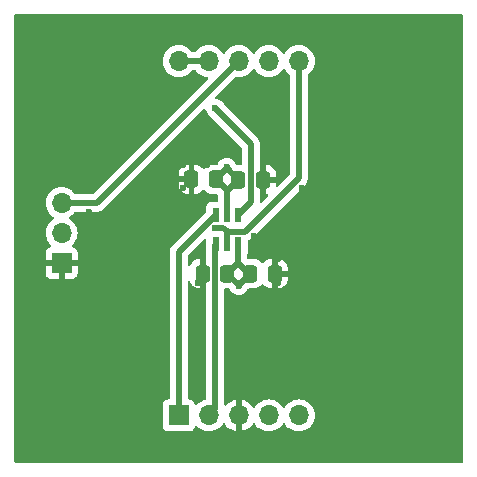
<source format=gtl>
G04 #@! TF.GenerationSoftware,KiCad,Pcbnew,8.0.6*
G04 #@! TF.CreationDate,2025-08-21T09:44:44+02:00*
G04 #@! TF.ProjectId,StackBoard_OPA836,53746163-6b42-46f6-9172-645f4f504138,rev?*
G04 #@! TF.SameCoordinates,Original*
G04 #@! TF.FileFunction,Copper,L1,Top*
G04 #@! TF.FilePolarity,Positive*
%FSLAX46Y46*%
G04 Gerber Fmt 4.6, Leading zero omitted, Abs format (unit mm)*
G04 Created by KiCad (PCBNEW 8.0.6) date 2025-08-21 09:44:44*
%MOMM*%
%LPD*%
G01*
G04 APERTURE LIST*
G04 Aperture macros list*
%AMRoundRect*
0 Rectangle with rounded corners*
0 $1 Rounding radius*
0 $2 $3 $4 $5 $6 $7 $8 $9 X,Y pos of 4 corners*
0 Add a 4 corners polygon primitive as box body*
4,1,4,$2,$3,$4,$5,$6,$7,$8,$9,$2,$3,0*
0 Add four circle primitives for the rounded corners*
1,1,$1+$1,$2,$3*
1,1,$1+$1,$4,$5*
1,1,$1+$1,$6,$7*
1,1,$1+$1,$8,$9*
0 Add four rect primitives between the rounded corners*
20,1,$1+$1,$2,$3,$4,$5,0*
20,1,$1+$1,$4,$5,$6,$7,0*
20,1,$1+$1,$6,$7,$8,$9,0*
20,1,$1+$1,$8,$9,$2,$3,0*%
G04 Aperture macros list end*
G04 #@! TA.AperFunction,SMDPad,CuDef*
%ADD10RoundRect,0.250000X-0.337500X-0.475000X0.337500X-0.475000X0.337500X0.475000X-0.337500X0.475000X0*%
G04 #@! TD*
G04 #@! TA.AperFunction,SMDPad,CuDef*
%ADD11RoundRect,0.250000X0.337500X0.475000X-0.337500X0.475000X-0.337500X-0.475000X0.337500X-0.475000X0*%
G04 #@! TD*
G04 #@! TA.AperFunction,SMDPad,CuDef*
%ADD12R,0.600000X1.200000*%
G04 #@! TD*
G04 #@! TA.AperFunction,ComponentPad*
%ADD13R,1.700000X1.700000*%
G04 #@! TD*
G04 #@! TA.AperFunction,ComponentPad*
%ADD14O,1.700000X1.700000*%
G04 #@! TD*
G04 #@! TA.AperFunction,ViaPad*
%ADD15C,0.600000*%
G04 #@! TD*
G04 #@! TA.AperFunction,Conductor*
%ADD16C,0.500000*%
G04 #@! TD*
G04 APERTURE END LIST*
D10*
X162962500Y-130000000D03*
X165037500Y-130000000D03*
D11*
X169047500Y-130000000D03*
X166972500Y-130000000D03*
D12*
X165950000Y-125000000D03*
X165000000Y-125000000D03*
X164050000Y-125000000D03*
X164050000Y-127500000D03*
X165000000Y-127500000D03*
X165950000Y-127500000D03*
D13*
X160920000Y-142000000D03*
D14*
X163460000Y-142000000D03*
X166000000Y-142000000D03*
X168540000Y-142000000D03*
X171080000Y-142000000D03*
X160920000Y-112000000D03*
X163460000Y-112000000D03*
X166000000Y-112000000D03*
X168540000Y-112000000D03*
X171080000Y-112000000D03*
D13*
X151000000Y-129080000D03*
D14*
X151000000Y-126540000D03*
X151000000Y-124000000D03*
D10*
X165972500Y-122037500D03*
X168047500Y-122037500D03*
D11*
X164075000Y-122000000D03*
X162000000Y-122000000D03*
D15*
X162560000Y-128270000D03*
X162560000Y-130810000D03*
X162560000Y-132715000D03*
X162560000Y-134620000D03*
X162560000Y-136525000D03*
X162560000Y-139065000D03*
X183320000Y-108780000D03*
X181320000Y-108780000D03*
X179320000Y-108780000D03*
X177320000Y-108780000D03*
X175320000Y-108780000D03*
X173320000Y-108780000D03*
X171320000Y-108780000D03*
X169320000Y-108780000D03*
X167320000Y-108780000D03*
X165320000Y-108780000D03*
X163320000Y-108780000D03*
X161320000Y-108780000D03*
X159320000Y-108780000D03*
X157320000Y-108780000D03*
X155320000Y-108780000D03*
X153320000Y-108780000D03*
X151320000Y-108780000D03*
X149320000Y-108780000D03*
X147320000Y-108780000D03*
X183320000Y-110780000D03*
X181320000Y-110780000D03*
X179320000Y-110780000D03*
X177320000Y-110780000D03*
X175320000Y-110780000D03*
X173320000Y-110780000D03*
X159320000Y-110780000D03*
X157320000Y-110780000D03*
X155320000Y-110780000D03*
X153320000Y-110780000D03*
X151320000Y-110780000D03*
X149320000Y-110780000D03*
X147320000Y-110780000D03*
X183320000Y-112780000D03*
X181320000Y-112780000D03*
X179320000Y-112780000D03*
X177320000Y-112780000D03*
X175320000Y-112780000D03*
X173320000Y-112780000D03*
X159320000Y-112780000D03*
X157320000Y-112780000D03*
X155320000Y-112780000D03*
X153320000Y-112780000D03*
X151320000Y-112780000D03*
X149320000Y-112780000D03*
X147320000Y-112780000D03*
X183320000Y-114780000D03*
X181320000Y-114780000D03*
X179320000Y-114780000D03*
X177320000Y-114780000D03*
X175320000Y-114780000D03*
X173320000Y-114780000D03*
X169320000Y-114780000D03*
X167320000Y-114780000D03*
X161320000Y-114780000D03*
X159320000Y-114780000D03*
X157320000Y-114780000D03*
X155320000Y-114780000D03*
X153320000Y-114780000D03*
X151320000Y-114780000D03*
X149320000Y-114780000D03*
X147320000Y-114780000D03*
X183320000Y-116780000D03*
X181320000Y-116780000D03*
X179320000Y-116780000D03*
X177320000Y-116780000D03*
X175320000Y-116780000D03*
X173320000Y-116780000D03*
X169320000Y-116780000D03*
X167320000Y-116780000D03*
X163320000Y-116780000D03*
X159320000Y-116780000D03*
X157320000Y-116780000D03*
X155320000Y-116780000D03*
X153320000Y-116780000D03*
X151320000Y-116780000D03*
X149320000Y-116780000D03*
X147320000Y-116780000D03*
X183320000Y-118780000D03*
X181320000Y-118780000D03*
X179320000Y-118780000D03*
X177320000Y-118780000D03*
X175320000Y-118780000D03*
X173320000Y-118780000D03*
X169320000Y-118780000D03*
X163320000Y-118780000D03*
X161320000Y-118780000D03*
X157320000Y-118780000D03*
X155320000Y-118780000D03*
X153320000Y-118780000D03*
X151320000Y-118780000D03*
X149320000Y-118780000D03*
X147320000Y-118780000D03*
X183320000Y-120780000D03*
X181320000Y-120780000D03*
X179320000Y-120780000D03*
X177320000Y-120780000D03*
X175320000Y-120780000D03*
X173320000Y-120780000D03*
X169320000Y-120780000D03*
X163320000Y-120780000D03*
X161320000Y-120780000D03*
X159320000Y-120780000D03*
X155320000Y-120780000D03*
X153320000Y-120780000D03*
X151320000Y-120780000D03*
X149320000Y-120780000D03*
X147320000Y-120780000D03*
X183320000Y-122780000D03*
X181320000Y-122780000D03*
X179320000Y-122780000D03*
X177320000Y-122780000D03*
X175320000Y-122780000D03*
X173320000Y-122780000D03*
X171320000Y-122780000D03*
X161320000Y-122780000D03*
X159320000Y-122780000D03*
X157320000Y-122780000D03*
X153320000Y-122780000D03*
X149320000Y-122780000D03*
X147320000Y-122780000D03*
X183320000Y-124780000D03*
X181320000Y-124780000D03*
X179320000Y-124780000D03*
X177320000Y-124780000D03*
X175320000Y-124780000D03*
X173320000Y-124780000D03*
X171320000Y-124780000D03*
X161320000Y-124780000D03*
X159320000Y-124780000D03*
X157320000Y-124780000D03*
X155320000Y-124780000D03*
X153320000Y-124780000D03*
X149320000Y-124780000D03*
X147320000Y-124780000D03*
X183320000Y-126780000D03*
X181320000Y-126780000D03*
X179320000Y-126780000D03*
X177320000Y-126780000D03*
X175320000Y-126780000D03*
X173320000Y-126780000D03*
X169320000Y-126780000D03*
X167320000Y-126780000D03*
X149320000Y-126780000D03*
X147320000Y-126780000D03*
X183320000Y-128780000D03*
X181320000Y-128780000D03*
X179320000Y-128780000D03*
X177320000Y-128780000D03*
X175320000Y-128780000D03*
X173320000Y-128780000D03*
X169320000Y-128780000D03*
X159320000Y-128780000D03*
X157320000Y-128780000D03*
X155320000Y-128780000D03*
X153320000Y-128780000D03*
X149320000Y-128780000D03*
X147320000Y-128780000D03*
X183320000Y-130780000D03*
X181320000Y-130780000D03*
X179320000Y-130780000D03*
X177320000Y-130780000D03*
X175320000Y-130780000D03*
X173320000Y-130780000D03*
X169320000Y-130780000D03*
X159320000Y-130780000D03*
X157320000Y-130780000D03*
X155320000Y-130780000D03*
X153320000Y-130780000D03*
X151320000Y-130780000D03*
X149320000Y-130780000D03*
X147320000Y-130780000D03*
X183320000Y-132780000D03*
X181320000Y-132780000D03*
X179320000Y-132780000D03*
X177320000Y-132780000D03*
X175320000Y-132780000D03*
X173320000Y-132780000D03*
X169320000Y-132780000D03*
X167320000Y-132780000D03*
X165320000Y-132780000D03*
X159320000Y-132780000D03*
X157320000Y-132780000D03*
X155320000Y-132780000D03*
X153320000Y-132780000D03*
X151320000Y-132780000D03*
X149320000Y-132780000D03*
X147320000Y-132780000D03*
X183320000Y-134780000D03*
X181320000Y-134780000D03*
X179320000Y-134780000D03*
X177320000Y-134780000D03*
X175320000Y-134780000D03*
X173320000Y-134780000D03*
X169320000Y-134780000D03*
X167320000Y-134780000D03*
X165320000Y-134780000D03*
X159320000Y-134780000D03*
X157320000Y-134780000D03*
X155320000Y-134780000D03*
X153320000Y-134780000D03*
X151320000Y-134780000D03*
X149320000Y-134780000D03*
X147320000Y-134780000D03*
X183320000Y-136780000D03*
X181320000Y-136780000D03*
X179320000Y-136780000D03*
X177320000Y-136780000D03*
X175320000Y-136780000D03*
X173320000Y-136780000D03*
X169320000Y-136780000D03*
X167320000Y-136780000D03*
X165320000Y-136780000D03*
X159320000Y-136780000D03*
X157320000Y-136780000D03*
X155320000Y-136780000D03*
X153320000Y-136780000D03*
X151320000Y-136780000D03*
X149320000Y-136780000D03*
X147320000Y-136780000D03*
X183320000Y-138780000D03*
X181320000Y-138780000D03*
X179320000Y-138780000D03*
X177320000Y-138780000D03*
X175320000Y-138780000D03*
X173320000Y-138780000D03*
X169320000Y-138780000D03*
X167320000Y-138780000D03*
X165320000Y-138780000D03*
X159320000Y-138780000D03*
X157320000Y-138780000D03*
X155320000Y-138780000D03*
X153320000Y-138780000D03*
X151320000Y-138780000D03*
X149320000Y-138780000D03*
X147320000Y-138780000D03*
X183320000Y-140780000D03*
X181320000Y-140780000D03*
X179320000Y-140780000D03*
X177320000Y-140780000D03*
X175320000Y-140780000D03*
X173320000Y-140780000D03*
X159320000Y-140780000D03*
X157320000Y-140780000D03*
X155320000Y-140780000D03*
X153320000Y-140780000D03*
X151320000Y-140780000D03*
X149320000Y-140780000D03*
X147320000Y-140780000D03*
X183320000Y-142780000D03*
X181320000Y-142780000D03*
X179320000Y-142780000D03*
X177320000Y-142780000D03*
X175320000Y-142780000D03*
X173320000Y-142780000D03*
X159320000Y-142780000D03*
X157320000Y-142780000D03*
X155320000Y-142780000D03*
X153320000Y-142780000D03*
X151320000Y-142780000D03*
X149320000Y-142780000D03*
X147320000Y-142780000D03*
X183320000Y-144780000D03*
X181320000Y-144780000D03*
X179320000Y-144780000D03*
X177320000Y-144780000D03*
X175320000Y-144780000D03*
X173320000Y-144780000D03*
X171320000Y-144780000D03*
X169320000Y-144780000D03*
X167320000Y-144780000D03*
X165320000Y-144780000D03*
X163320000Y-144780000D03*
X161320000Y-144780000D03*
X159320000Y-144780000D03*
X157320000Y-144780000D03*
X155320000Y-144780000D03*
X153320000Y-144780000D03*
X151320000Y-144780000D03*
X149320000Y-144780000D03*
X166000000Y-131000000D03*
X165000000Y-121000000D03*
X164000000Y-116000000D03*
X164005330Y-126105332D03*
X147320000Y-144780000D03*
D16*
X166972500Y-130000000D02*
X166862500Y-130000000D01*
X166000000Y-131000000D02*
X166000000Y-130972500D01*
X151000000Y-124000000D02*
X154000000Y-124000000D01*
X166862500Y-130000000D02*
X165950000Y-129087500D01*
X166000000Y-130962500D02*
X165037500Y-130000000D01*
X165950000Y-129087500D02*
X165037500Y-130000000D01*
X166000000Y-131000000D02*
X166000000Y-130962500D01*
X165950000Y-127500000D02*
X165950000Y-129087500D01*
X166000000Y-130972500D02*
X166972500Y-130000000D01*
X154000000Y-124000000D02*
X166000000Y-112000000D01*
X165000000Y-121075000D02*
X164075000Y-122000000D01*
X165000000Y-125000000D02*
X165000000Y-123010000D01*
X165000000Y-121000000D02*
X165000000Y-121065000D01*
X165000000Y-121000000D02*
X165000000Y-121075000D01*
X165000000Y-121065000D02*
X165972500Y-122037500D01*
X165000000Y-123010000D02*
X165972500Y-122037500D01*
X165000000Y-125000000D02*
X165000000Y-122925000D01*
X165000000Y-122925000D02*
X164075000Y-122000000D01*
X164000000Y-141460000D02*
X163460000Y-142000000D01*
X164050000Y-127500000D02*
X164000000Y-127550000D01*
X164000000Y-127550000D02*
X164000000Y-141460000D01*
X163460000Y-112000000D02*
X160920000Y-112000000D01*
X167010000Y-123940000D02*
X167010000Y-119010000D01*
X165950000Y-125000000D02*
X167010000Y-123940000D01*
X167010000Y-119010000D02*
X164000000Y-116000000D01*
X171080000Y-112000000D02*
X171080000Y-121920000D01*
X166550000Y-126450000D02*
X165200000Y-126450000D01*
X165000000Y-127500000D02*
X165000000Y-126400000D01*
X165000000Y-126650000D02*
X165000000Y-127500000D01*
X171080000Y-121920000D02*
X166550000Y-126450000D01*
X165000000Y-126400000D02*
X164705332Y-126105332D01*
X164705332Y-126105332D02*
X164005330Y-126105332D01*
X165200000Y-126450000D02*
X165000000Y-126650000D01*
X160920000Y-142000000D02*
X160920000Y-128130000D01*
X160920000Y-128130000D02*
X164050000Y-125000000D01*
G04 #@! TA.AperFunction,Conductor*
G36*
X163168834Y-127045047D02*
G01*
X163224767Y-127086919D01*
X163249184Y-127152383D01*
X163249500Y-127161229D01*
X163249500Y-128686638D01*
X163229815Y-128753677D01*
X163213181Y-128774319D01*
X163212500Y-128775000D01*
X163212500Y-131224999D01*
X163213181Y-131225680D01*
X163246666Y-131287003D01*
X163249500Y-131313361D01*
X163249500Y-140563113D01*
X163229815Y-140630152D01*
X163177011Y-140675907D01*
X163157594Y-140682888D01*
X162996341Y-140726095D01*
X162996335Y-140726098D01*
X162782171Y-140825964D01*
X162782169Y-140825965D01*
X162588600Y-140961503D01*
X162466673Y-141083430D01*
X162405350Y-141116914D01*
X162335658Y-141111930D01*
X162279725Y-141070058D01*
X162262810Y-141039081D01*
X162213797Y-140907671D01*
X162213793Y-140907664D01*
X162127547Y-140792455D01*
X162127544Y-140792452D01*
X162012335Y-140706206D01*
X162012328Y-140706202D01*
X161877482Y-140655908D01*
X161877483Y-140655908D01*
X161817883Y-140649501D01*
X161817881Y-140649500D01*
X161817873Y-140649500D01*
X161817865Y-140649500D01*
X161794500Y-140649500D01*
X161727461Y-140629815D01*
X161681706Y-140577011D01*
X161670500Y-140525500D01*
X161670500Y-130747311D01*
X161690185Y-130680272D01*
X161742989Y-130634517D01*
X161812147Y-130624573D01*
X161875703Y-130653598D01*
X161912206Y-130708307D01*
X161940641Y-130794119D01*
X161940643Y-130794124D01*
X162032684Y-130943345D01*
X162156654Y-131067315D01*
X162305875Y-131159356D01*
X162305880Y-131159358D01*
X162472302Y-131214505D01*
X162472309Y-131214506D01*
X162575019Y-131224999D01*
X162712499Y-131224999D01*
X162712500Y-131224998D01*
X162712500Y-128775000D01*
X162575027Y-128775000D01*
X162575012Y-128775001D01*
X162472302Y-128785494D01*
X162305880Y-128840641D01*
X162305875Y-128840643D01*
X162156654Y-128932684D01*
X162032684Y-129056654D01*
X161940643Y-129205875D01*
X161940641Y-129205880D01*
X161912206Y-129291693D01*
X161872433Y-129349138D01*
X161807917Y-129375961D01*
X161739142Y-129363646D01*
X161687942Y-129316103D01*
X161670500Y-129252689D01*
X161670500Y-128492229D01*
X161690185Y-128425190D01*
X161706819Y-128404548D01*
X163037819Y-127073548D01*
X163099142Y-127040063D01*
X163168834Y-127045047D01*
G37*
G04 #@! TD.AperFunction*
G04 #@! TA.AperFunction,Conductor*
G36*
X169894855Y-112666546D02*
G01*
X169911575Y-112685842D01*
X170041501Y-112871396D01*
X170041506Y-112871402D01*
X170208595Y-113038492D01*
X170208598Y-113038494D01*
X170208599Y-113038495D01*
X170276623Y-113086125D01*
X170320248Y-113140701D01*
X170329500Y-113187700D01*
X170329500Y-121557769D01*
X170309815Y-121624808D01*
X170293181Y-121645450D01*
X169346681Y-122591949D01*
X169285358Y-122625434D01*
X169215666Y-122620450D01*
X169159733Y-122578578D01*
X169135316Y-122513114D01*
X169135000Y-122504268D01*
X169135000Y-122287500D01*
X168297500Y-122287500D01*
X168297500Y-123262499D01*
X168376769Y-123262499D01*
X168443808Y-123282184D01*
X168489563Y-123334988D01*
X168499507Y-123404146D01*
X168470482Y-123467702D01*
X168464450Y-123474180D01*
X167972181Y-123966449D01*
X167910858Y-123999934D01*
X167841166Y-123994950D01*
X167785233Y-123953078D01*
X167760816Y-123887614D01*
X167760500Y-123878768D01*
X167760500Y-123350861D01*
X167780185Y-123283822D01*
X167796819Y-123263180D01*
X167797500Y-123262499D01*
X167797500Y-121787500D01*
X168297500Y-121787500D01*
X169134999Y-121787500D01*
X169134999Y-121512528D01*
X169134998Y-121512513D01*
X169124505Y-121409802D01*
X169069358Y-121243380D01*
X169069356Y-121243375D01*
X168977315Y-121094154D01*
X168853345Y-120970184D01*
X168704124Y-120878143D01*
X168704119Y-120878141D01*
X168537697Y-120822994D01*
X168537690Y-120822993D01*
X168434986Y-120812500D01*
X168297500Y-120812500D01*
X168297500Y-121787500D01*
X167797500Y-121787500D01*
X167797500Y-120812500D01*
X167796819Y-120811819D01*
X167763334Y-120750496D01*
X167760500Y-120724138D01*
X167760500Y-118936079D01*
X167731659Y-118791092D01*
X167731658Y-118791091D01*
X167731658Y-118791087D01*
X167675084Y-118654505D01*
X167642186Y-118605270D01*
X167642185Y-118605268D01*
X167592956Y-118531589D01*
X167592952Y-118531584D01*
X164753307Y-115691939D01*
X164730653Y-115655869D01*
X164728813Y-115656756D01*
X164725792Y-115650484D01*
X164725789Y-115650480D01*
X164725789Y-115650478D01*
X164629816Y-115497738D01*
X164502262Y-115370184D01*
X164349523Y-115274211D01*
X164179253Y-115214631D01*
X164136274Y-115209788D01*
X164071861Y-115182720D01*
X164032307Y-115125125D01*
X164030170Y-115055288D01*
X164062477Y-114998889D01*
X165688499Y-113372867D01*
X165749820Y-113339384D01*
X165786984Y-113337022D01*
X165947235Y-113351042D01*
X165999999Y-113355659D01*
X166000000Y-113355659D01*
X166000001Y-113355659D01*
X166039234Y-113352226D01*
X166235408Y-113335063D01*
X166463663Y-113273903D01*
X166677830Y-113174035D01*
X166871401Y-113038495D01*
X167038495Y-112871401D01*
X167168425Y-112685842D01*
X167223002Y-112642217D01*
X167292500Y-112635023D01*
X167354855Y-112666546D01*
X167371575Y-112685842D01*
X167501500Y-112871395D01*
X167501505Y-112871401D01*
X167668599Y-113038495D01*
X167736620Y-113086124D01*
X167862165Y-113174032D01*
X167862167Y-113174033D01*
X167862170Y-113174035D01*
X168076337Y-113273903D01*
X168304592Y-113335063D01*
X168492918Y-113351539D01*
X168539999Y-113355659D01*
X168540000Y-113355659D01*
X168540001Y-113355659D01*
X168579234Y-113352226D01*
X168775408Y-113335063D01*
X169003663Y-113273903D01*
X169217830Y-113174035D01*
X169411401Y-113038495D01*
X169578495Y-112871401D01*
X169708425Y-112685842D01*
X169763002Y-112642217D01*
X169832500Y-112635023D01*
X169894855Y-112666546D01*
G37*
G04 #@! TD.AperFunction*
G04 #@! TA.AperFunction,Conductor*
G36*
X184943039Y-108019685D02*
G01*
X184988794Y-108072489D01*
X185000000Y-108124000D01*
X185000000Y-145876000D01*
X184980315Y-145943039D01*
X184927511Y-145988794D01*
X184876000Y-146000000D01*
X147124000Y-146000000D01*
X147056961Y-145980315D01*
X147011206Y-145927511D01*
X147000000Y-145876000D01*
X147000000Y-123999999D01*
X149644341Y-123999999D01*
X149644341Y-124000000D01*
X149664936Y-124235403D01*
X149664938Y-124235413D01*
X149726094Y-124463655D01*
X149726096Y-124463659D01*
X149726097Y-124463663D01*
X149820021Y-124665084D01*
X149825965Y-124677830D01*
X149825967Y-124677834D01*
X149961501Y-124871395D01*
X149961506Y-124871402D01*
X150128597Y-125038493D01*
X150128603Y-125038498D01*
X150314158Y-125168425D01*
X150357783Y-125223002D01*
X150364977Y-125292500D01*
X150333454Y-125354855D01*
X150314158Y-125371575D01*
X150128597Y-125501505D01*
X149961505Y-125668597D01*
X149825965Y-125862169D01*
X149825964Y-125862171D01*
X149726098Y-126076335D01*
X149726094Y-126076344D01*
X149664938Y-126304586D01*
X149664936Y-126304596D01*
X149644341Y-126539999D01*
X149644341Y-126540000D01*
X149664936Y-126775403D01*
X149664938Y-126775413D01*
X149726094Y-127003655D01*
X149726096Y-127003659D01*
X149726097Y-127003663D01*
X149804435Y-127171658D01*
X149825965Y-127217830D01*
X149825967Y-127217834D01*
X149934281Y-127372521D01*
X149961501Y-127411396D01*
X149961506Y-127411402D01*
X150083818Y-127533714D01*
X150117303Y-127595037D01*
X150112319Y-127664729D01*
X150070447Y-127720662D01*
X150039471Y-127737577D01*
X149907912Y-127786646D01*
X149907906Y-127786649D01*
X149792812Y-127872809D01*
X149792809Y-127872812D01*
X149706649Y-127987906D01*
X149706645Y-127987913D01*
X149656403Y-128122620D01*
X149656401Y-128122627D01*
X149650000Y-128182155D01*
X149650000Y-128830000D01*
X150566988Y-128830000D01*
X150534075Y-128887007D01*
X150500000Y-129014174D01*
X150500000Y-129145826D01*
X150534075Y-129272993D01*
X150566988Y-129330000D01*
X149650000Y-129330000D01*
X149650000Y-129977844D01*
X149656401Y-130037372D01*
X149656403Y-130037379D01*
X149706645Y-130172086D01*
X149706649Y-130172093D01*
X149792809Y-130287187D01*
X149792812Y-130287190D01*
X149907906Y-130373350D01*
X149907913Y-130373354D01*
X150042620Y-130423596D01*
X150042627Y-130423598D01*
X150102155Y-130429999D01*
X150102172Y-130430000D01*
X150750000Y-130430000D01*
X150750000Y-129513012D01*
X150807007Y-129545925D01*
X150934174Y-129580000D01*
X151065826Y-129580000D01*
X151192993Y-129545925D01*
X151250000Y-129513012D01*
X151250000Y-130430000D01*
X151897828Y-130430000D01*
X151897844Y-130429999D01*
X151957372Y-130423598D01*
X151957379Y-130423596D01*
X152092086Y-130373354D01*
X152092093Y-130373350D01*
X152207187Y-130287190D01*
X152207190Y-130287187D01*
X152293350Y-130172093D01*
X152293354Y-130172086D01*
X152343596Y-130037379D01*
X152343598Y-130037372D01*
X152349999Y-129977844D01*
X152350000Y-129977827D01*
X152350000Y-129330000D01*
X151433012Y-129330000D01*
X151465925Y-129272993D01*
X151500000Y-129145826D01*
X151500000Y-129014174D01*
X151465925Y-128887007D01*
X151433012Y-128830000D01*
X152350000Y-128830000D01*
X152350000Y-128182172D01*
X152349999Y-128182155D01*
X152343598Y-128122627D01*
X152343596Y-128122620D01*
X152293354Y-127987913D01*
X152293350Y-127987906D01*
X152207190Y-127872812D01*
X152207187Y-127872809D01*
X152092093Y-127786649D01*
X152092088Y-127786646D01*
X151960528Y-127737577D01*
X151904595Y-127695705D01*
X151880178Y-127630241D01*
X151895030Y-127561968D01*
X151916175Y-127533720D01*
X152038495Y-127411401D01*
X152174035Y-127217830D01*
X152273903Y-127003663D01*
X152335063Y-126775408D01*
X152355659Y-126540000D01*
X152335063Y-126304592D01*
X152273903Y-126076337D01*
X152174035Y-125862171D01*
X152038495Y-125668599D01*
X152038494Y-125668597D01*
X151871402Y-125501506D01*
X151871396Y-125501501D01*
X151685842Y-125371575D01*
X151642217Y-125316998D01*
X151635023Y-125247500D01*
X151666546Y-125185145D01*
X151685842Y-125168425D01*
X151708026Y-125152891D01*
X151871401Y-125038495D01*
X152038495Y-124871401D01*
X152086127Y-124803376D01*
X152140704Y-124759751D01*
X152187701Y-124750500D01*
X154073920Y-124750500D01*
X154171462Y-124731096D01*
X154218913Y-124721658D01*
X154355495Y-124665084D01*
X154445292Y-124605084D01*
X154445294Y-124605083D01*
X154478409Y-124582957D01*
X154478410Y-124582955D01*
X154478416Y-124582952D01*
X156536381Y-122524986D01*
X160912501Y-122524986D01*
X160922994Y-122627697D01*
X160978141Y-122794119D01*
X160978143Y-122794124D01*
X161070184Y-122943345D01*
X161194154Y-123067315D01*
X161343375Y-123159356D01*
X161343380Y-123159358D01*
X161509802Y-123214505D01*
X161509809Y-123214506D01*
X161612519Y-123224999D01*
X161749999Y-123224999D01*
X161750000Y-123224998D01*
X161750000Y-122250000D01*
X160912501Y-122250000D01*
X160912501Y-122524986D01*
X156536381Y-122524986D01*
X157586354Y-121475013D01*
X160912500Y-121475013D01*
X160912500Y-121750000D01*
X161750000Y-121750000D01*
X161750000Y-120775000D01*
X161612527Y-120775000D01*
X161612512Y-120775001D01*
X161509802Y-120785494D01*
X161343380Y-120840641D01*
X161343375Y-120840643D01*
X161194154Y-120932684D01*
X161070184Y-121056654D01*
X160978143Y-121205875D01*
X160978141Y-121205880D01*
X160922994Y-121372302D01*
X160922993Y-121372309D01*
X160912500Y-121475013D01*
X157586354Y-121475013D01*
X162998889Y-116062477D01*
X163060210Y-116028994D01*
X163129902Y-116033978D01*
X163185835Y-116075850D01*
X163209788Y-116136274D01*
X163214631Y-116179251D01*
X163214631Y-116179254D01*
X163274211Y-116349523D01*
X163370184Y-116502262D01*
X163497738Y-116629816D01*
X163650478Y-116725789D01*
X163650480Y-116725789D01*
X163650484Y-116725792D01*
X163656756Y-116728813D01*
X163655869Y-116730653D01*
X163691939Y-116753307D01*
X166223181Y-119284549D01*
X166256666Y-119345872D01*
X166259500Y-119372230D01*
X166259500Y-120688000D01*
X166239815Y-120755039D01*
X166187011Y-120800794D01*
X166135500Y-120812000D01*
X165870291Y-120812000D01*
X165803252Y-120792315D01*
X165757497Y-120739511D01*
X165753249Y-120728955D01*
X165750773Y-120721880D01*
X165725789Y-120650478D01*
X165629816Y-120497738D01*
X165502262Y-120370184D01*
X165349523Y-120274211D01*
X165179254Y-120214631D01*
X165179249Y-120214630D01*
X165000004Y-120194435D01*
X164999996Y-120194435D01*
X164820750Y-120214630D01*
X164820745Y-120214631D01*
X164650476Y-120274211D01*
X164497737Y-120370184D01*
X164370184Y-120497737D01*
X164274212Y-120650475D01*
X164274211Y-120650476D01*
X164259872Y-120691456D01*
X164219150Y-120748231D01*
X164154197Y-120773978D01*
X164142831Y-120774500D01*
X163687498Y-120774500D01*
X163687480Y-120774501D01*
X163584703Y-120785000D01*
X163584700Y-120785001D01*
X163418168Y-120840185D01*
X163418163Y-120840187D01*
X163268842Y-120932289D01*
X163144788Y-121056343D01*
X163144783Y-121056349D01*
X163142741Y-121059661D01*
X163140747Y-121061453D01*
X163140307Y-121062011D01*
X163140211Y-121061935D01*
X163090791Y-121106383D01*
X163021828Y-121117602D01*
X162957747Y-121089755D01*
X162931668Y-121059656D01*
X162929819Y-121056659D01*
X162929816Y-121056655D01*
X162805845Y-120932684D01*
X162656624Y-120840643D01*
X162656619Y-120840641D01*
X162490197Y-120785494D01*
X162490190Y-120785493D01*
X162387486Y-120775000D01*
X162250000Y-120775000D01*
X162250000Y-123224999D01*
X162387472Y-123224999D01*
X162387486Y-123224998D01*
X162490197Y-123214505D01*
X162656619Y-123159358D01*
X162656624Y-123159356D01*
X162805845Y-123067315D01*
X162929818Y-122943342D01*
X162931665Y-122940348D01*
X162933469Y-122938724D01*
X162934298Y-122937677D01*
X162934476Y-122937818D01*
X162983610Y-122893621D01*
X163052573Y-122882396D01*
X163116656Y-122910236D01*
X163142743Y-122940341D01*
X163144788Y-122943656D01*
X163268844Y-123067712D01*
X163418166Y-123159814D01*
X163584703Y-123214999D01*
X163687491Y-123225500D01*
X164125500Y-123225499D01*
X164192539Y-123245183D01*
X164238294Y-123297987D01*
X164249500Y-123349499D01*
X164249500Y-123775500D01*
X164229815Y-123842539D01*
X164177011Y-123888294D01*
X164125500Y-123899500D01*
X163702129Y-123899500D01*
X163702123Y-123899501D01*
X163642516Y-123905908D01*
X163507671Y-123956202D01*
X163507664Y-123956206D01*
X163392455Y-124042452D01*
X163392452Y-124042455D01*
X163306206Y-124157664D01*
X163306202Y-124157671D01*
X163255908Y-124292517D01*
X163249501Y-124352116D01*
X163249500Y-124352135D01*
X163249500Y-124687770D01*
X163229815Y-124754809D01*
X163213181Y-124775451D01*
X160337048Y-127651583D01*
X160328265Y-127664729D01*
X160295321Y-127714035D01*
X160290893Y-127720662D01*
X160254916Y-127774504D01*
X160254912Y-127774511D01*
X160198343Y-127911082D01*
X160198340Y-127911092D01*
X160169500Y-128056079D01*
X160169500Y-140525500D01*
X160149815Y-140592539D01*
X160097011Y-140638294D01*
X160045505Y-140649500D01*
X160022132Y-140649500D01*
X160022123Y-140649501D01*
X159962516Y-140655908D01*
X159827671Y-140706202D01*
X159827664Y-140706206D01*
X159712455Y-140792452D01*
X159712452Y-140792455D01*
X159626206Y-140907664D01*
X159626202Y-140907671D01*
X159575908Y-141042517D01*
X159569501Y-141102116D01*
X159569500Y-141102135D01*
X159569500Y-142897870D01*
X159569501Y-142897876D01*
X159575908Y-142957483D01*
X159626202Y-143092328D01*
X159626206Y-143092335D01*
X159712452Y-143207544D01*
X159712455Y-143207547D01*
X159827664Y-143293793D01*
X159827671Y-143293797D01*
X159962517Y-143344091D01*
X159962516Y-143344091D01*
X159969444Y-143344835D01*
X160022127Y-143350500D01*
X161817872Y-143350499D01*
X161877483Y-143344091D01*
X162012331Y-143293796D01*
X162127546Y-143207546D01*
X162213796Y-143092331D01*
X162262810Y-142960916D01*
X162304681Y-142904984D01*
X162370145Y-142880566D01*
X162438418Y-142895417D01*
X162466673Y-142916569D01*
X162588599Y-143038495D01*
X162685384Y-143106265D01*
X162782165Y-143174032D01*
X162782167Y-143174033D01*
X162782170Y-143174035D01*
X162996337Y-143273903D01*
X163224592Y-143335063D01*
X163401034Y-143350500D01*
X163459999Y-143355659D01*
X163460000Y-143355659D01*
X163460001Y-143355659D01*
X163518966Y-143350500D01*
X163695408Y-143335063D01*
X163923663Y-143273903D01*
X164137830Y-143174035D01*
X164331401Y-143038495D01*
X164498495Y-142871401D01*
X164628730Y-142685405D01*
X164683307Y-142641781D01*
X164752805Y-142634587D01*
X164815160Y-142666110D01*
X164831879Y-142685405D01*
X164961890Y-142871078D01*
X165128917Y-143038105D01*
X165322421Y-143173600D01*
X165536507Y-143273429D01*
X165536516Y-143273433D01*
X165750000Y-143330634D01*
X165750000Y-142433012D01*
X165807007Y-142465925D01*
X165934174Y-142500000D01*
X166065826Y-142500000D01*
X166192993Y-142465925D01*
X166250000Y-142433012D01*
X166250000Y-143330633D01*
X166463483Y-143273433D01*
X166463492Y-143273429D01*
X166677578Y-143173600D01*
X166871082Y-143038105D01*
X167038105Y-142871082D01*
X167168119Y-142685405D01*
X167222696Y-142641781D01*
X167292195Y-142634588D01*
X167354549Y-142666110D01*
X167371269Y-142685405D01*
X167501505Y-142871401D01*
X167668599Y-143038495D01*
X167765384Y-143106265D01*
X167862165Y-143174032D01*
X167862167Y-143174033D01*
X167862170Y-143174035D01*
X168076337Y-143273903D01*
X168304592Y-143335063D01*
X168481034Y-143350500D01*
X168539999Y-143355659D01*
X168540000Y-143355659D01*
X168540001Y-143355659D01*
X168598966Y-143350500D01*
X168775408Y-143335063D01*
X169003663Y-143273903D01*
X169217830Y-143174035D01*
X169411401Y-143038495D01*
X169578495Y-142871401D01*
X169708425Y-142685842D01*
X169763002Y-142642217D01*
X169832500Y-142635023D01*
X169894855Y-142666546D01*
X169911575Y-142685842D01*
X170041500Y-142871395D01*
X170041505Y-142871401D01*
X170208599Y-143038495D01*
X170305384Y-143106265D01*
X170402165Y-143174032D01*
X170402167Y-143174033D01*
X170402170Y-143174035D01*
X170616337Y-143273903D01*
X170844592Y-143335063D01*
X171021034Y-143350500D01*
X171079999Y-143355659D01*
X171080000Y-143355659D01*
X171080001Y-143355659D01*
X171138966Y-143350500D01*
X171315408Y-143335063D01*
X171543663Y-143273903D01*
X171757830Y-143174035D01*
X171951401Y-143038495D01*
X172118495Y-142871401D01*
X172254035Y-142677830D01*
X172353903Y-142463663D01*
X172415063Y-142235408D01*
X172435659Y-142000000D01*
X172415063Y-141764592D01*
X172353903Y-141536337D01*
X172254035Y-141322171D01*
X172248731Y-141314595D01*
X172118494Y-141128597D01*
X171951402Y-140961506D01*
X171951395Y-140961501D01*
X171757834Y-140825967D01*
X171757830Y-140825965D01*
X171757828Y-140825964D01*
X171543663Y-140726097D01*
X171543659Y-140726096D01*
X171543655Y-140726094D01*
X171315413Y-140664938D01*
X171315403Y-140664936D01*
X171080001Y-140644341D01*
X171079999Y-140644341D01*
X170844596Y-140664936D01*
X170844586Y-140664938D01*
X170616344Y-140726094D01*
X170616335Y-140726098D01*
X170402171Y-140825964D01*
X170402169Y-140825965D01*
X170208597Y-140961505D01*
X170041505Y-141128597D01*
X169911575Y-141314158D01*
X169856998Y-141357783D01*
X169787500Y-141364977D01*
X169725145Y-141333454D01*
X169708425Y-141314158D01*
X169578494Y-141128597D01*
X169411402Y-140961506D01*
X169411395Y-140961501D01*
X169217834Y-140825967D01*
X169217830Y-140825965D01*
X169217828Y-140825964D01*
X169003663Y-140726097D01*
X169003659Y-140726096D01*
X169003655Y-140726094D01*
X168775413Y-140664938D01*
X168775403Y-140664936D01*
X168540001Y-140644341D01*
X168539999Y-140644341D01*
X168304596Y-140664936D01*
X168304586Y-140664938D01*
X168076344Y-140726094D01*
X168076335Y-140726098D01*
X167862171Y-140825964D01*
X167862169Y-140825965D01*
X167668597Y-140961505D01*
X167501508Y-141128594D01*
X167371269Y-141314595D01*
X167316692Y-141358219D01*
X167247193Y-141365412D01*
X167184839Y-141333890D01*
X167168119Y-141314594D01*
X167038113Y-141128926D01*
X167038108Y-141128920D01*
X166871082Y-140961894D01*
X166677578Y-140826399D01*
X166463492Y-140726570D01*
X166463486Y-140726567D01*
X166250000Y-140669364D01*
X166250000Y-141566988D01*
X166192993Y-141534075D01*
X166065826Y-141500000D01*
X165934174Y-141500000D01*
X165807007Y-141534075D01*
X165750000Y-141566988D01*
X165750000Y-140669364D01*
X165749999Y-140669364D01*
X165536513Y-140726567D01*
X165536507Y-140726570D01*
X165322422Y-140826399D01*
X165322420Y-140826400D01*
X165128926Y-140961886D01*
X165128920Y-140961891D01*
X164962181Y-141128631D01*
X164900858Y-141162116D01*
X164831166Y-141157132D01*
X164775233Y-141115260D01*
X164750816Y-141049796D01*
X164750500Y-141040950D01*
X164750500Y-131349499D01*
X164770185Y-131282460D01*
X164822989Y-131236705D01*
X164874500Y-131225499D01*
X165142831Y-131225499D01*
X165209870Y-131245184D01*
X165255625Y-131297988D01*
X165259872Y-131308544D01*
X165274210Y-131349521D01*
X165274211Y-131349522D01*
X165370184Y-131502262D01*
X165497738Y-131629816D01*
X165650478Y-131725789D01*
X165820745Y-131785368D01*
X165820750Y-131785369D01*
X165999996Y-131805565D01*
X166000000Y-131805565D01*
X166000004Y-131805565D01*
X166179249Y-131785369D01*
X166179252Y-131785368D01*
X166179255Y-131785368D01*
X166349522Y-131725789D01*
X166502262Y-131629816D01*
X166629816Y-131502262D01*
X166725789Y-131349522D01*
X166738748Y-131312485D01*
X166768118Y-131265748D01*
X166772060Y-131261807D01*
X166833387Y-131228329D01*
X166859730Y-131225499D01*
X167360002Y-131225499D01*
X167360008Y-131225499D01*
X167462797Y-131214999D01*
X167629334Y-131159814D01*
X167778656Y-131067712D01*
X167902712Y-130943656D01*
X167904752Y-130940347D01*
X167906745Y-130938555D01*
X167907193Y-130937989D01*
X167907289Y-130938065D01*
X167956694Y-130893623D01*
X168025656Y-130882395D01*
X168089740Y-130910234D01*
X168115829Y-130940339D01*
X168117681Y-130943341D01*
X168117683Y-130943344D01*
X168241654Y-131067315D01*
X168390875Y-131159356D01*
X168390880Y-131159358D01*
X168557302Y-131214505D01*
X168557309Y-131214506D01*
X168660019Y-131224999D01*
X168797499Y-131224999D01*
X169297500Y-131224999D01*
X169434972Y-131224999D01*
X169434986Y-131224998D01*
X169537697Y-131214505D01*
X169704119Y-131159358D01*
X169704124Y-131159356D01*
X169853345Y-131067315D01*
X169977315Y-130943345D01*
X170069356Y-130794124D01*
X170069358Y-130794119D01*
X170124505Y-130627697D01*
X170124506Y-130627690D01*
X170134999Y-130524986D01*
X170135000Y-130524973D01*
X170135000Y-130250000D01*
X169297500Y-130250000D01*
X169297500Y-131224999D01*
X168797499Y-131224999D01*
X168797500Y-131224998D01*
X168797500Y-129750000D01*
X169297500Y-129750000D01*
X170134999Y-129750000D01*
X170134999Y-129475028D01*
X170134998Y-129475013D01*
X170124505Y-129372302D01*
X170069358Y-129205880D01*
X170069356Y-129205875D01*
X169977315Y-129056654D01*
X169853345Y-128932684D01*
X169704124Y-128840643D01*
X169704119Y-128840641D01*
X169537697Y-128785494D01*
X169537690Y-128785493D01*
X169434986Y-128775000D01*
X169297500Y-128775000D01*
X169297500Y-129750000D01*
X168797500Y-129750000D01*
X168797500Y-128775000D01*
X168660027Y-128775000D01*
X168660012Y-128775001D01*
X168557302Y-128785494D01*
X168390880Y-128840641D01*
X168390875Y-128840643D01*
X168241654Y-128932684D01*
X168117683Y-129056655D01*
X168117679Y-129056660D01*
X168115826Y-129059665D01*
X168114018Y-129061290D01*
X168113202Y-129062323D01*
X168113025Y-129062183D01*
X168063874Y-129106385D01*
X167994911Y-129117601D01*
X167930831Y-129089752D01*
X167904753Y-129059653D01*
X167904737Y-129059628D01*
X167902712Y-129056344D01*
X167778656Y-128932288D01*
X167629334Y-128840186D01*
X167462797Y-128785001D01*
X167462795Y-128785000D01*
X167360016Y-128774500D01*
X167360009Y-128774500D01*
X166824500Y-128774500D01*
X166757461Y-128754815D01*
X166711706Y-128702011D01*
X166700500Y-128650500D01*
X166700500Y-128346728D01*
X166708318Y-128303394D01*
X166744091Y-128207483D01*
X166750500Y-128147873D01*
X166750499Y-127262138D01*
X166770183Y-127195100D01*
X166822987Y-127149345D01*
X166827047Y-127147578D01*
X166905490Y-127115086D01*
X166905489Y-127115086D01*
X166905495Y-127115084D01*
X166954729Y-127082186D01*
X167028416Y-127032952D01*
X171662951Y-122398416D01*
X171745084Y-122275495D01*
X171801658Y-122138913D01*
X171807127Y-122111417D01*
X171830500Y-121993918D01*
X171830500Y-113187700D01*
X171850185Y-113120661D01*
X171883375Y-113086126D01*
X171951401Y-113038495D01*
X172118495Y-112871401D01*
X172254035Y-112677830D01*
X172353903Y-112463663D01*
X172415063Y-112235408D01*
X172435659Y-112000000D01*
X172415063Y-111764592D01*
X172353903Y-111536337D01*
X172254035Y-111322171D01*
X172248425Y-111314158D01*
X172118494Y-111128597D01*
X171951402Y-110961506D01*
X171951395Y-110961501D01*
X171757834Y-110825967D01*
X171757830Y-110825965D01*
X171757828Y-110825964D01*
X171543663Y-110726097D01*
X171543659Y-110726096D01*
X171543655Y-110726094D01*
X171315413Y-110664938D01*
X171315403Y-110664936D01*
X171080001Y-110644341D01*
X171079999Y-110644341D01*
X170844596Y-110664936D01*
X170844586Y-110664938D01*
X170616344Y-110726094D01*
X170616335Y-110726098D01*
X170402171Y-110825964D01*
X170402169Y-110825965D01*
X170208597Y-110961505D01*
X170041505Y-111128597D01*
X169911575Y-111314158D01*
X169856998Y-111357783D01*
X169787500Y-111364977D01*
X169725145Y-111333454D01*
X169708425Y-111314158D01*
X169578494Y-111128597D01*
X169411402Y-110961506D01*
X169411395Y-110961501D01*
X169217834Y-110825967D01*
X169217830Y-110825965D01*
X169217828Y-110825964D01*
X169003663Y-110726097D01*
X169003659Y-110726096D01*
X169003655Y-110726094D01*
X168775413Y-110664938D01*
X168775403Y-110664936D01*
X168540001Y-110644341D01*
X168539999Y-110644341D01*
X168304596Y-110664936D01*
X168304586Y-110664938D01*
X168076344Y-110726094D01*
X168076335Y-110726098D01*
X167862171Y-110825964D01*
X167862169Y-110825965D01*
X167668597Y-110961505D01*
X167501505Y-111128597D01*
X167371575Y-111314158D01*
X167316998Y-111357783D01*
X167247500Y-111364977D01*
X167185145Y-111333454D01*
X167168425Y-111314158D01*
X167038494Y-111128597D01*
X166871402Y-110961506D01*
X166871395Y-110961501D01*
X166677834Y-110825967D01*
X166677830Y-110825965D01*
X166677828Y-110825964D01*
X166463663Y-110726097D01*
X166463659Y-110726096D01*
X166463655Y-110726094D01*
X166235413Y-110664938D01*
X166235403Y-110664936D01*
X166000001Y-110644341D01*
X165999999Y-110644341D01*
X165764596Y-110664936D01*
X165764586Y-110664938D01*
X165536344Y-110726094D01*
X165536335Y-110726098D01*
X165322171Y-110825964D01*
X165322169Y-110825965D01*
X165128597Y-110961505D01*
X164961505Y-111128597D01*
X164831575Y-111314158D01*
X164776998Y-111357783D01*
X164707500Y-111364977D01*
X164645145Y-111333454D01*
X164628425Y-111314158D01*
X164498494Y-111128597D01*
X164331402Y-110961506D01*
X164331395Y-110961501D01*
X164137834Y-110825967D01*
X164137830Y-110825965D01*
X164137828Y-110825964D01*
X163923663Y-110726097D01*
X163923659Y-110726096D01*
X163923655Y-110726094D01*
X163695413Y-110664938D01*
X163695403Y-110664936D01*
X163460001Y-110644341D01*
X163459999Y-110644341D01*
X163224596Y-110664936D01*
X163224586Y-110664938D01*
X162996344Y-110726094D01*
X162996335Y-110726098D01*
X162782171Y-110825964D01*
X162782169Y-110825965D01*
X162588597Y-110961505D01*
X162421506Y-111128596D01*
X162373874Y-111196623D01*
X162319297Y-111240248D01*
X162272299Y-111249500D01*
X162107701Y-111249500D01*
X162040662Y-111229815D01*
X162006126Y-111196623D01*
X161958494Y-111128597D01*
X161791402Y-110961506D01*
X161791395Y-110961501D01*
X161597834Y-110825967D01*
X161597830Y-110825965D01*
X161597828Y-110825964D01*
X161383663Y-110726097D01*
X161383659Y-110726096D01*
X161383655Y-110726094D01*
X161155413Y-110664938D01*
X161155403Y-110664936D01*
X160920001Y-110644341D01*
X160919999Y-110644341D01*
X160684596Y-110664936D01*
X160684586Y-110664938D01*
X160456344Y-110726094D01*
X160456335Y-110726098D01*
X160242171Y-110825964D01*
X160242169Y-110825965D01*
X160048597Y-110961505D01*
X159881505Y-111128597D01*
X159745965Y-111322169D01*
X159745964Y-111322171D01*
X159646098Y-111536335D01*
X159646094Y-111536344D01*
X159584938Y-111764586D01*
X159584936Y-111764596D01*
X159564341Y-111999999D01*
X159564341Y-112000000D01*
X159584936Y-112235403D01*
X159584938Y-112235413D01*
X159646094Y-112463655D01*
X159646096Y-112463659D01*
X159646097Y-112463663D01*
X159650000Y-112472032D01*
X159745965Y-112677830D01*
X159745967Y-112677834D01*
X159833873Y-112803376D01*
X159881505Y-112871401D01*
X160048599Y-113038495D01*
X160116620Y-113086124D01*
X160242165Y-113174032D01*
X160242167Y-113174033D01*
X160242170Y-113174035D01*
X160456337Y-113273903D01*
X160684592Y-113335063D01*
X160872918Y-113351539D01*
X160919999Y-113355659D01*
X160920000Y-113355659D01*
X160920001Y-113355659D01*
X160959234Y-113352226D01*
X161155408Y-113335063D01*
X161383663Y-113273903D01*
X161597830Y-113174035D01*
X161791401Y-113038495D01*
X161958495Y-112871401D01*
X162006127Y-112803376D01*
X162060704Y-112759751D01*
X162107701Y-112750500D01*
X162272299Y-112750500D01*
X162339338Y-112770185D01*
X162373873Y-112803376D01*
X162421505Y-112871401D01*
X162588599Y-113038495D01*
X162656620Y-113086124D01*
X162782165Y-113174032D01*
X162782167Y-113174033D01*
X162782170Y-113174035D01*
X162996337Y-113273903D01*
X163224592Y-113335063D01*
X163308173Y-113342375D01*
X163373241Y-113367827D01*
X163414220Y-113424418D01*
X163418098Y-113494180D01*
X163385046Y-113553584D01*
X153725451Y-123213181D01*
X153664128Y-123246666D01*
X153637770Y-123249500D01*
X152187701Y-123249500D01*
X152120662Y-123229815D01*
X152086126Y-123196623D01*
X152038494Y-123128597D01*
X151871402Y-122961506D01*
X151871395Y-122961501D01*
X151845461Y-122943342D01*
X151832521Y-122934281D01*
X151677834Y-122825967D01*
X151677830Y-122825965D01*
X151609536Y-122794119D01*
X151463663Y-122726097D01*
X151463659Y-122726096D01*
X151463655Y-122726094D01*
X151235413Y-122664938D01*
X151235403Y-122664936D01*
X151000001Y-122644341D01*
X150999999Y-122644341D01*
X150764596Y-122664936D01*
X150764586Y-122664938D01*
X150536344Y-122726094D01*
X150536335Y-122726098D01*
X150322171Y-122825964D01*
X150322169Y-122825965D01*
X150128597Y-122961505D01*
X149961505Y-123128597D01*
X149825965Y-123322169D01*
X149825964Y-123322171D01*
X149726098Y-123536335D01*
X149726094Y-123536344D01*
X149664938Y-123764586D01*
X149664936Y-123764596D01*
X149644341Y-123999999D01*
X147000000Y-123999999D01*
X147000000Y-108124000D01*
X147019685Y-108056961D01*
X147072489Y-108011206D01*
X147124000Y-108000000D01*
X184876000Y-108000000D01*
X184943039Y-108019685D01*
G37*
G04 #@! TD.AperFunction*
M02*

</source>
